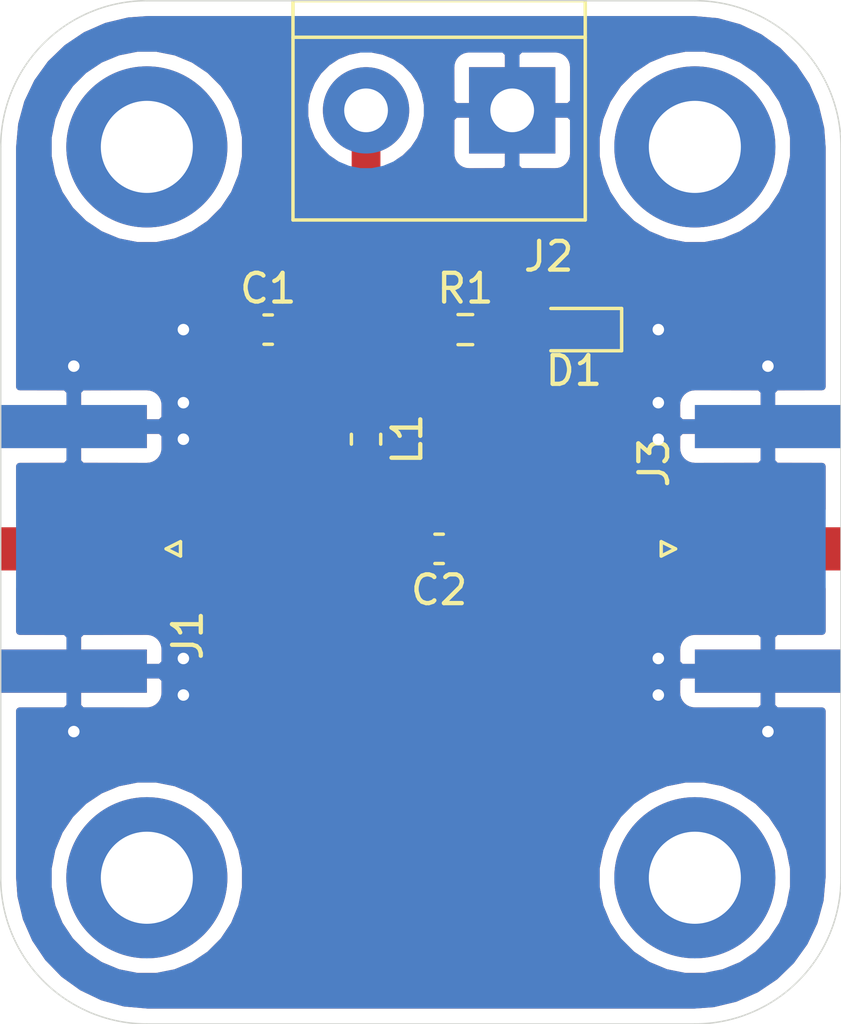
<source format=kicad_pcb>
(kicad_pcb (version 20171130) (host pcbnew 5.1.10)

  (general
    (thickness 1.6)
    (drawings 8)
    (tracks 23)
    (zones 0)
    (modules 12)
    (nets 6)
  )

  (page A4)
  (layers
    (0 F.Cu signal hide)
    (31 B.Cu signal hide)
    (32 B.Adhes user)
    (33 F.Adhes user)
    (34 B.Paste user)
    (35 F.Paste user)
    (36 B.SilkS user)
    (37 F.SilkS user)
    (38 B.Mask user)
    (39 F.Mask user)
    (40 Dwgs.User user)
    (41 Cmts.User user)
    (42 Eco1.User user)
    (43 Eco2.User user)
    (44 Edge.Cuts user)
    (45 Margin user)
    (46 B.CrtYd user)
    (47 F.CrtYd user)
    (48 B.Fab user)
    (49 F.Fab user)
  )

  (setup
    (last_trace_width 1)
    (user_trace_width 0.75)
    (user_trace_width 1)
    (trace_clearance 0.2)
    (zone_clearance 0.508)
    (zone_45_only no)
    (trace_min 0.2)
    (via_size 0.8)
    (via_drill 0.4)
    (via_min_size 0.4)
    (via_min_drill 0.3)
    (uvia_size 0.3)
    (uvia_drill 0.1)
    (uvias_allowed no)
    (uvia_min_size 0.2)
    (uvia_min_drill 0.1)
    (edge_width 0.05)
    (segment_width 0.2)
    (pcb_text_width 0.3)
    (pcb_text_size 1.5 1.5)
    (mod_edge_width 0.12)
    (mod_text_size 1 1)
    (mod_text_width 0.15)
    (pad_size 1.524 1.524)
    (pad_drill 0.762)
    (pad_to_mask_clearance 0)
    (aux_axis_origin 0 0)
    (visible_elements FFFFFF7F)
    (pcbplotparams
      (layerselection 0x010fc_ffffffff)
      (usegerberextensions false)
      (usegerberattributes true)
      (usegerberadvancedattributes true)
      (creategerberjobfile true)
      (excludeedgelayer true)
      (linewidth 0.100000)
      (plotframeref false)
      (viasonmask false)
      (mode 1)
      (useauxorigin false)
      (hpglpennumber 1)
      (hpglpenspeed 20)
      (hpglpendiameter 15.000000)
      (psnegative false)
      (psa4output false)
      (plotreference true)
      (plotvalue true)
      (plotinvisibletext false)
      (padsonsilk false)
      (subtractmaskfromsilk false)
      (outputformat 1)
      (mirror false)
      (drillshape 1)
      (scaleselection 1)
      (outputdirectory ""))
  )

  (net 0 "")
  (net 1 "Net-(C1-Pad2)")
  (net 2 GND)
  (net 3 "Net-(C2-Pad2)")
  (net 4 "Net-(C2-Pad1)")
  (net 5 "Net-(D1-Pad2)")

  (net_class Default "This is the default net class."
    (clearance 0.2)
    (trace_width 0.25)
    (via_dia 0.8)
    (via_drill 0.4)
    (uvia_dia 0.3)
    (uvia_drill 0.1)
    (add_net GND)
    (add_net "Net-(C1-Pad2)")
    (add_net "Net-(C2-Pad1)")
    (add_net "Net-(C2-Pad2)")
    (add_net "Net-(D1-Pad2)")
  )

  (module MountingHole:MountingHole_3.2mm_M3_DIN965_Pad (layer F.Cu) (tedit 56D1B4CB) (tstamp 614936B3)
    (at 128.27 100.33)
    (descr "Mounting Hole 3.2mm, M3, DIN965")
    (tags "mounting hole 3.2mm m3 din965")
    (attr virtual)
    (fp_text reference REF** (at 0 -3.8) (layer F.SilkS) hide
      (effects (font (size 1 1) (thickness 0.15)))
    )
    (fp_text value MountingHole_3.2mm_M3_DIN965_Pad (at 0 3.8) (layer F.Fab)
      (effects (font (size 1 1) (thickness 0.15)))
    )
    (fp_text user %R (at 0.3 0) (layer F.Fab)
      (effects (font (size 1 1) (thickness 0.15)))
    )
    (fp_circle (center 0 0) (end 2.8 0) (layer Cmts.User) (width 0.15))
    (fp_circle (center 0 0) (end 3.05 0) (layer F.CrtYd) (width 0.05))
    (pad 1 thru_hole circle (at 0 0) (size 5.6 5.6) (drill 3.2) (layers *.Cu *.Mask))
  )

  (module MountingHole:MountingHole_3.2mm_M3_DIN965_Pad (layer F.Cu) (tedit 56D1B4CB) (tstamp 61493696)
    (at 147.32 100.33)
    (descr "Mounting Hole 3.2mm, M3, DIN965")
    (tags "mounting hole 3.2mm m3 din965")
    (attr virtual)
    (fp_text reference REF** (at 0 -3.8) (layer F.SilkS) hide
      (effects (font (size 1 1) (thickness 0.15)))
    )
    (fp_text value MountingHole_3.2mm_M3_DIN965_Pad (at 0 3.8) (layer F.Fab)
      (effects (font (size 1 1) (thickness 0.15)))
    )
    (fp_text user %R (at 0.3 0) (layer F.Fab)
      (effects (font (size 1 1) (thickness 0.15)))
    )
    (fp_circle (center 0 0) (end 2.8 0) (layer Cmts.User) (width 0.15))
    (fp_circle (center 0 0) (end 3.05 0) (layer F.CrtYd) (width 0.05))
    (pad 1 thru_hole circle (at 0 0) (size 5.6 5.6) (drill 3.2) (layers *.Cu *.Mask))
  )

  (module MountingHole:MountingHole_3.2mm_M3_DIN965_Pad (layer F.Cu) (tedit 56D1B4CB) (tstamp 61493679)
    (at 128.27 74.93)
    (descr "Mounting Hole 3.2mm, M3, DIN965")
    (tags "mounting hole 3.2mm m3 din965")
    (attr virtual)
    (fp_text reference REF** (at 0 -3.8) (layer F.SilkS) hide
      (effects (font (size 1 1) (thickness 0.15)))
    )
    (fp_text value MountingHole_3.2mm_M3_DIN965_Pad (at 0 3.8) (layer F.Fab)
      (effects (font (size 1 1) (thickness 0.15)))
    )
    (fp_text user %R (at 0.3 0) (layer F.Fab)
      (effects (font (size 1 1) (thickness 0.15)))
    )
    (fp_circle (center 0 0) (end 2.8 0) (layer Cmts.User) (width 0.15))
    (fp_circle (center 0 0) (end 3.05 0) (layer F.CrtYd) (width 0.05))
    (pad 1 thru_hole circle (at 0 0) (size 5.6 5.6) (drill 3.2) (layers *.Cu *.Mask))
  )

  (module MountingHole:MountingHole_3.2mm_M3_DIN965_Pad (layer F.Cu) (tedit 56D1B4CB) (tstamp 6149365C)
    (at 147.32 74.93)
    (descr "Mounting Hole 3.2mm, M3, DIN965")
    (tags "mounting hole 3.2mm m3 din965")
    (attr virtual)
    (fp_text reference REF** (at 0 -3.8) (layer F.SilkS) hide
      (effects (font (size 1 1) (thickness 0.15)))
    )
    (fp_text value MountingHole_3.2mm_M3_DIN965_Pad (at 0 3.8) (layer F.Fab)
      (effects (font (size 1 1) (thickness 0.15)))
    )
    (fp_text user %R (at 0.3 0) (layer F.Fab)
      (effects (font (size 1 1) (thickness 0.15)))
    )
    (fp_circle (center 0 0) (end 2.8 0) (layer Cmts.User) (width 0.15))
    (fp_circle (center 0 0) (end 3.05 0) (layer F.CrtYd) (width 0.05))
    (pad 1 thru_hole circle (at 0 0) (size 5.6 5.6) (drill 3.2) (layers *.Cu *.Mask))
  )

  (module Resistor_SMD:R_0603_1608Metric_Pad0.98x0.95mm_HandSolder (layer F.Cu) (tedit 5F68FEEE) (tstamp 61492AB1)
    (at 139.3425 81.28)
    (descr "Resistor SMD 0603 (1608 Metric), square (rectangular) end terminal, IPC_7351 nominal with elongated pad for handsoldering. (Body size source: IPC-SM-782 page 72, https://www.pcb-3d.com/wordpress/wp-content/uploads/ipc-sm-782a_amendment_1_and_2.pdf), generated with kicad-footprint-generator")
    (tags "resistor handsolder")
    (path /6149FE4C)
    (attr smd)
    (fp_text reference R1 (at 0 -1.43) (layer F.SilkS)
      (effects (font (size 1 1) (thickness 0.15)))
    )
    (fp_text value R (at 0 1.43) (layer F.Fab)
      (effects (font (size 1 1) (thickness 0.15)))
    )
    (fp_text user %R (at 0 0) (layer F.Fab)
      (effects (font (size 0.4 0.4) (thickness 0.06)))
    )
    (fp_line (start -0.8 0.4125) (end -0.8 -0.4125) (layer F.Fab) (width 0.1))
    (fp_line (start -0.8 -0.4125) (end 0.8 -0.4125) (layer F.Fab) (width 0.1))
    (fp_line (start 0.8 -0.4125) (end 0.8 0.4125) (layer F.Fab) (width 0.1))
    (fp_line (start 0.8 0.4125) (end -0.8 0.4125) (layer F.Fab) (width 0.1))
    (fp_line (start -0.254724 -0.5225) (end 0.254724 -0.5225) (layer F.SilkS) (width 0.12))
    (fp_line (start -0.254724 0.5225) (end 0.254724 0.5225) (layer F.SilkS) (width 0.12))
    (fp_line (start -1.65 0.73) (end -1.65 -0.73) (layer F.CrtYd) (width 0.05))
    (fp_line (start -1.65 -0.73) (end 1.65 -0.73) (layer F.CrtYd) (width 0.05))
    (fp_line (start 1.65 -0.73) (end 1.65 0.73) (layer F.CrtYd) (width 0.05))
    (fp_line (start 1.65 0.73) (end -1.65 0.73) (layer F.CrtYd) (width 0.05))
    (pad 2 smd roundrect (at 0.9125 0) (size 0.975 0.95) (layers F.Cu F.Paste F.Mask) (roundrect_rratio 0.25)
      (net 5 "Net-(D1-Pad2)"))
    (pad 1 smd roundrect (at -0.9125 0) (size 0.975 0.95) (layers F.Cu F.Paste F.Mask) (roundrect_rratio 0.25)
      (net 1 "Net-(C1-Pad2)"))
    (model ${KISYS3DMOD}/Resistor_SMD.3dshapes/R_0603_1608Metric.wrl
      (at (xyz 0 0 0))
      (scale (xyz 1 1 1))
      (rotate (xyz 0 0 0))
    )
  )

  (module Inductor_SMD:L_0603_1608Metric_Pad1.05x0.95mm_HandSolder (layer F.Cu) (tedit 5F68FEF0) (tstamp 61492AA0)
    (at 135.89 85.09 270)
    (descr "Inductor SMD 0603 (1608 Metric), square (rectangular) end terminal, IPC_7351 nominal with elongated pad for handsoldering. (Body size source: http://www.tortai-tech.com/upload/download/2011102023233369053.pdf), generated with kicad-footprint-generator")
    (tags "inductor handsolder")
    (path /6148E6AB)
    (attr smd)
    (fp_text reference L1 (at 0 -1.43 90) (layer F.SilkS)
      (effects (font (size 1 1) (thickness 0.15)))
    )
    (fp_text value L (at 0 1.43 90) (layer F.Fab)
      (effects (font (size 1 1) (thickness 0.15)))
    )
    (fp_text user %R (at 0 0 90) (layer F.Fab)
      (effects (font (size 0.4 0.4) (thickness 0.06)))
    )
    (fp_line (start -0.8 0.4) (end -0.8 -0.4) (layer F.Fab) (width 0.1))
    (fp_line (start -0.8 -0.4) (end 0.8 -0.4) (layer F.Fab) (width 0.1))
    (fp_line (start 0.8 -0.4) (end 0.8 0.4) (layer F.Fab) (width 0.1))
    (fp_line (start 0.8 0.4) (end -0.8 0.4) (layer F.Fab) (width 0.1))
    (fp_line (start -0.171267 -0.51) (end 0.171267 -0.51) (layer F.SilkS) (width 0.12))
    (fp_line (start -0.171267 0.51) (end 0.171267 0.51) (layer F.SilkS) (width 0.12))
    (fp_line (start -1.65 0.73) (end -1.65 -0.73) (layer F.CrtYd) (width 0.05))
    (fp_line (start -1.65 -0.73) (end 1.65 -0.73) (layer F.CrtYd) (width 0.05))
    (fp_line (start 1.65 -0.73) (end 1.65 0.73) (layer F.CrtYd) (width 0.05))
    (fp_line (start 1.65 0.73) (end -1.65 0.73) (layer F.CrtYd) (width 0.05))
    (pad 2 smd roundrect (at 0.875 0 270) (size 1.05 0.95) (layers F.Cu F.Paste F.Mask) (roundrect_rratio 0.25)
      (net 3 "Net-(C2-Pad2)"))
    (pad 1 smd roundrect (at -0.875 0 270) (size 1.05 0.95) (layers F.Cu F.Paste F.Mask) (roundrect_rratio 0.25)
      (net 1 "Net-(C1-Pad2)"))
    (model ${KISYS3DMOD}/Inductor_SMD.3dshapes/L_0603_1608Metric.wrl
      (at (xyz 0 0 0))
      (scale (xyz 1 1 1))
      (rotate (xyz 0 0 0))
    )
  )

  (module Connector_Coaxial:SMA_Amphenol_132289_EdgeMount (layer F.Cu) (tedit 5A1C1810) (tstamp 61492A8F)
    (at 149.86 88.9)
    (descr http://www.amphenolrf.com/132289.html)
    (tags SMA)
    (path /6148D41E)
    (attr smd)
    (fp_text reference J3 (at -3.96 -3 90) (layer F.SilkS)
      (effects (font (size 1 1) (thickness 0.15)))
    )
    (fp_text value Conn_Coaxial (at 5 6) (layer F.Fab)
      (effects (font (size 1 1) (thickness 0.15)))
    )
    (fp_text user %R (at 4.79 0 270) (layer F.Fab)
      (effects (font (size 1 1) (thickness 0.15)))
    )
    (fp_line (start -3.71 0.25) (end -3.21 0) (layer F.SilkS) (width 0.12))
    (fp_line (start -3.71 -0.25) (end -3.71 0.25) (layer F.SilkS) (width 0.12))
    (fp_line (start -3.21 0) (end -3.71 -0.25) (layer F.SilkS) (width 0.12))
    (fp_line (start 3.54 0) (end 2.54 0.75) (layer F.Fab) (width 0.1))
    (fp_line (start 2.54 -0.75) (end 3.54 0) (layer F.Fab) (width 0.1))
    (fp_line (start 14.47 -5.58) (end -3.04 -5.58) (layer F.CrtYd) (width 0.05))
    (fp_line (start 14.47 -5.58) (end 14.47 5.58) (layer F.CrtYd) (width 0.05))
    (fp_line (start 14.47 5.58) (end -3.04 5.58) (layer F.CrtYd) (width 0.05))
    (fp_line (start -3.04 5.58) (end -3.04 -5.58) (layer F.CrtYd) (width 0.05))
    (fp_line (start 14.47 -5.58) (end -3.04 -5.58) (layer B.CrtYd) (width 0.05))
    (fp_line (start 14.47 -5.58) (end 14.47 5.58) (layer B.CrtYd) (width 0.05))
    (fp_line (start 14.47 5.58) (end -3.04 5.58) (layer B.CrtYd) (width 0.05))
    (fp_line (start -3.04 5.58) (end -3.04 -5.58) (layer B.CrtYd) (width 0.05))
    (fp_line (start 4.445 -3.81) (end 13.97 -3.81) (layer F.Fab) (width 0.1))
    (fp_line (start 13.97 -3.81) (end 13.97 3.81) (layer F.Fab) (width 0.1))
    (fp_line (start 13.97 3.81) (end 4.445 3.81) (layer F.Fab) (width 0.1))
    (fp_line (start 4.445 5.08) (end 4.445 3.81) (layer F.Fab) (width 0.1))
    (fp_line (start 4.445 -3.81) (end 4.445 -5.08) (layer F.Fab) (width 0.1))
    (fp_line (start -1.91 -5.08) (end 4.445 -5.08) (layer F.Fab) (width 0.1))
    (fp_line (start -1.91 -5.08) (end -1.91 -3.81) (layer F.Fab) (width 0.1))
    (fp_line (start -1.91 -3.81) (end 2.54 -3.81) (layer F.Fab) (width 0.1))
    (fp_line (start 2.54 -3.81) (end 2.54 3.81) (layer F.Fab) (width 0.1))
    (fp_line (start 2.54 3.81) (end -1.91 3.81) (layer F.Fab) (width 0.1))
    (fp_line (start -1.91 3.81) (end -1.91 5.08) (layer F.Fab) (width 0.1))
    (fp_line (start -1.91 5.08) (end 4.445 5.08) (layer F.Fab) (width 0.1))
    (pad 1 smd rect (at 0 0 90) (size 1.5 5.08) (layers F.Cu F.Paste F.Mask)
      (net 4 "Net-(C2-Pad1)"))
    (pad 2 smd rect (at 0 -4.25 90) (size 1.5 5.08) (layers F.Cu F.Paste F.Mask)
      (net 2 GND))
    (pad 2 smd rect (at 0 4.25 90) (size 1.5 5.08) (layers F.Cu F.Paste F.Mask)
      (net 2 GND))
    (pad 2 smd rect (at 0 -4.25 90) (size 1.5 5.08) (layers B.Cu B.Paste B.Mask)
      (net 2 GND))
    (pad 2 smd rect (at 0 4.25 90) (size 1.5 5.08) (layers B.Cu B.Paste B.Mask)
      (net 2 GND))
    (model ${KISYS3DMOD}/Connector_Coaxial.3dshapes/SMA_Amphenol_132289_EdgeMount.wrl
      (at (xyz 0 0 0))
      (scale (xyz 1 1 1))
      (rotate (xyz 0 0 0))
    )
  )

  (module TerminalBlock:TerminalBlock_bornier-2_P5.08mm (layer F.Cu) (tedit 59FF03AB) (tstamp 61492A6C)
    (at 140.97 73.66 180)
    (descr "simple 2-pin terminal block, pitch 5.08mm, revamped version of bornier2")
    (tags "terminal block bornier2")
    (path /61494469)
    (fp_text reference J2 (at -1.27 -5.08) (layer F.SilkS)
      (effects (font (size 1 1) (thickness 0.15)))
    )
    (fp_text value Conn_01x02 (at 2.54 5.08) (layer F.Fab)
      (effects (font (size 1 1) (thickness 0.15)))
    )
    (fp_text user %R (at 2.54 0) (layer F.Fab)
      (effects (font (size 1 1) (thickness 0.15)))
    )
    (fp_line (start -2.41 2.55) (end 7.49 2.55) (layer F.Fab) (width 0.1))
    (fp_line (start -2.46 -3.75) (end -2.46 3.75) (layer F.Fab) (width 0.1))
    (fp_line (start -2.46 3.75) (end 7.54 3.75) (layer F.Fab) (width 0.1))
    (fp_line (start 7.54 3.75) (end 7.54 -3.75) (layer F.Fab) (width 0.1))
    (fp_line (start 7.54 -3.75) (end -2.46 -3.75) (layer F.Fab) (width 0.1))
    (fp_line (start 7.62 2.54) (end -2.54 2.54) (layer F.SilkS) (width 0.12))
    (fp_line (start 7.62 3.81) (end 7.62 -3.81) (layer F.SilkS) (width 0.12))
    (fp_line (start 7.62 -3.81) (end -2.54 -3.81) (layer F.SilkS) (width 0.12))
    (fp_line (start -2.54 -3.81) (end -2.54 3.81) (layer F.SilkS) (width 0.12))
    (fp_line (start -2.54 3.81) (end 7.62 3.81) (layer F.SilkS) (width 0.12))
    (fp_line (start -2.71 -4) (end 7.79 -4) (layer F.CrtYd) (width 0.05))
    (fp_line (start -2.71 -4) (end -2.71 4) (layer F.CrtYd) (width 0.05))
    (fp_line (start 7.79 4) (end 7.79 -4) (layer F.CrtYd) (width 0.05))
    (fp_line (start 7.79 4) (end -2.71 4) (layer F.CrtYd) (width 0.05))
    (pad 2 thru_hole circle (at 5.08 0 180) (size 3 3) (drill 1.52) (layers *.Cu *.Mask)
      (net 1 "Net-(C1-Pad2)"))
    (pad 1 thru_hole rect (at 0 0 180) (size 3 3) (drill 1.52) (layers *.Cu *.Mask)
      (net 2 GND))
    (model ${KISYS3DMOD}/TerminalBlock.3dshapes/TerminalBlock_bornier-2_P5.08mm.wrl
      (offset (xyz 2.539999961853027 0 0))
      (scale (xyz 1 1 1))
      (rotate (xyz 0 0 0))
    )
  )

  (module Connector_Coaxial:SMA_Amphenol_132289_EdgeMount (layer F.Cu) (tedit 5A1C1810) (tstamp 61492A57)
    (at 125.73 88.9 180)
    (descr http://www.amphenolrf.com/132289.html)
    (tags SMA)
    (path /6148C8E0)
    (attr smd)
    (fp_text reference J1 (at -3.96 -3 90) (layer F.SilkS)
      (effects (font (size 1 1) (thickness 0.15)))
    )
    (fp_text value Conn_Coaxial (at 5 6) (layer F.Fab)
      (effects (font (size 1 1) (thickness 0.15)))
    )
    (fp_text user %R (at 4.79 0 270) (layer F.Fab)
      (effects (font (size 1 1) (thickness 0.15)))
    )
    (fp_line (start -3.71 0.25) (end -3.21 0) (layer F.SilkS) (width 0.12))
    (fp_line (start -3.71 -0.25) (end -3.71 0.25) (layer F.SilkS) (width 0.12))
    (fp_line (start -3.21 0) (end -3.71 -0.25) (layer F.SilkS) (width 0.12))
    (fp_line (start 3.54 0) (end 2.54 0.75) (layer F.Fab) (width 0.1))
    (fp_line (start 2.54 -0.75) (end 3.54 0) (layer F.Fab) (width 0.1))
    (fp_line (start 14.47 -5.58) (end -3.04 -5.58) (layer F.CrtYd) (width 0.05))
    (fp_line (start 14.47 -5.58) (end 14.47 5.58) (layer F.CrtYd) (width 0.05))
    (fp_line (start 14.47 5.58) (end -3.04 5.58) (layer F.CrtYd) (width 0.05))
    (fp_line (start -3.04 5.58) (end -3.04 -5.58) (layer F.CrtYd) (width 0.05))
    (fp_line (start 14.47 -5.58) (end -3.04 -5.58) (layer B.CrtYd) (width 0.05))
    (fp_line (start 14.47 -5.58) (end 14.47 5.58) (layer B.CrtYd) (width 0.05))
    (fp_line (start 14.47 5.58) (end -3.04 5.58) (layer B.CrtYd) (width 0.05))
    (fp_line (start -3.04 5.58) (end -3.04 -5.58) (layer B.CrtYd) (width 0.05))
    (fp_line (start 4.445 -3.81) (end 13.97 -3.81) (layer F.Fab) (width 0.1))
    (fp_line (start 13.97 -3.81) (end 13.97 3.81) (layer F.Fab) (width 0.1))
    (fp_line (start 13.97 3.81) (end 4.445 3.81) (layer F.Fab) (width 0.1))
    (fp_line (start 4.445 5.08) (end 4.445 3.81) (layer F.Fab) (width 0.1))
    (fp_line (start 4.445 -3.81) (end 4.445 -5.08) (layer F.Fab) (width 0.1))
    (fp_line (start -1.91 -5.08) (end 4.445 -5.08) (layer F.Fab) (width 0.1))
    (fp_line (start -1.91 -5.08) (end -1.91 -3.81) (layer F.Fab) (width 0.1))
    (fp_line (start -1.91 -3.81) (end 2.54 -3.81) (layer F.Fab) (width 0.1))
    (fp_line (start 2.54 -3.81) (end 2.54 3.81) (layer F.Fab) (width 0.1))
    (fp_line (start 2.54 3.81) (end -1.91 3.81) (layer F.Fab) (width 0.1))
    (fp_line (start -1.91 3.81) (end -1.91 5.08) (layer F.Fab) (width 0.1))
    (fp_line (start -1.91 5.08) (end 4.445 5.08) (layer F.Fab) (width 0.1))
    (pad 1 smd rect (at 0 0 270) (size 1.5 5.08) (layers F.Cu F.Paste F.Mask)
      (net 3 "Net-(C2-Pad2)"))
    (pad 2 smd rect (at 0 -4.25 270) (size 1.5 5.08) (layers F.Cu F.Paste F.Mask)
      (net 2 GND))
    (pad 2 smd rect (at 0 4.25 270) (size 1.5 5.08) (layers F.Cu F.Paste F.Mask)
      (net 2 GND))
    (pad 2 smd rect (at 0 -4.25 270) (size 1.5 5.08) (layers B.Cu B.Paste B.Mask)
      (net 2 GND))
    (pad 2 smd rect (at 0 4.25 270) (size 1.5 5.08) (layers B.Cu B.Paste B.Mask)
      (net 2 GND))
    (model ${KISYS3DMOD}/Connector_Coaxial.3dshapes/SMA_Amphenol_132289_EdgeMount.wrl
      (at (xyz 0 0 0))
      (scale (xyz 1 1 1))
      (rotate (xyz 0 0 0))
    )
  )

  (module LED_SMD:LED_0603_1608Metric_Pad1.05x0.95mm_HandSolder (layer F.Cu) (tedit 5F68FEF1) (tstamp 61492A34)
    (at 143.115 81.28 180)
    (descr "LED SMD 0603 (1608 Metric), square (rectangular) end terminal, IPC_7351 nominal, (Body size source: http://www.tortai-tech.com/upload/download/2011102023233369053.pdf), generated with kicad-footprint-generator")
    (tags "LED handsolder")
    (path /614A0B69)
    (attr smd)
    (fp_text reference D1 (at 0 -1.43) (layer F.SilkS)
      (effects (font (size 1 1) (thickness 0.15)))
    )
    (fp_text value LED (at 0 1.43) (layer F.Fab)
      (effects (font (size 1 1) (thickness 0.15)))
    )
    (fp_text user %R (at 0 0) (layer F.Fab)
      (effects (font (size 0.4 0.4) (thickness 0.06)))
    )
    (fp_line (start 0.8 -0.4) (end -0.5 -0.4) (layer F.Fab) (width 0.1))
    (fp_line (start -0.5 -0.4) (end -0.8 -0.1) (layer F.Fab) (width 0.1))
    (fp_line (start -0.8 -0.1) (end -0.8 0.4) (layer F.Fab) (width 0.1))
    (fp_line (start -0.8 0.4) (end 0.8 0.4) (layer F.Fab) (width 0.1))
    (fp_line (start 0.8 0.4) (end 0.8 -0.4) (layer F.Fab) (width 0.1))
    (fp_line (start 0.8 -0.735) (end -1.66 -0.735) (layer F.SilkS) (width 0.12))
    (fp_line (start -1.66 -0.735) (end -1.66 0.735) (layer F.SilkS) (width 0.12))
    (fp_line (start -1.66 0.735) (end 0.8 0.735) (layer F.SilkS) (width 0.12))
    (fp_line (start -1.65 0.73) (end -1.65 -0.73) (layer F.CrtYd) (width 0.05))
    (fp_line (start -1.65 -0.73) (end 1.65 -0.73) (layer F.CrtYd) (width 0.05))
    (fp_line (start 1.65 -0.73) (end 1.65 0.73) (layer F.CrtYd) (width 0.05))
    (fp_line (start 1.65 0.73) (end -1.65 0.73) (layer F.CrtYd) (width 0.05))
    (pad 2 smd roundrect (at 0.875 0 180) (size 1.05 0.95) (layers F.Cu F.Paste F.Mask) (roundrect_rratio 0.25)
      (net 5 "Net-(D1-Pad2)"))
    (pad 1 smd roundrect (at -0.875 0 180) (size 1.05 0.95) (layers F.Cu F.Paste F.Mask) (roundrect_rratio 0.25)
      (net 2 GND))
    (model ${KISYS3DMOD}/LED_SMD.3dshapes/LED_0603_1608Metric.wrl
      (at (xyz 0 0 0))
      (scale (xyz 1 1 1))
      (rotate (xyz 0 0 0))
    )
  )

  (module Capacitor_SMD:C_0603_1608Metric_Pad1.08x0.95mm_HandSolder (layer F.Cu) (tedit 5F68FEEF) (tstamp 61492A21)
    (at 138.43 88.9 180)
    (descr "Capacitor SMD 0603 (1608 Metric), square (rectangular) end terminal, IPC_7351 nominal with elongated pad for handsoldering. (Body size source: IPC-SM-782 page 76, https://www.pcb-3d.com/wordpress/wp-content/uploads/ipc-sm-782a_amendment_1_and_2.pdf), generated with kicad-footprint-generator")
    (tags "capacitor handsolder")
    (path /6148DF86)
    (attr smd)
    (fp_text reference C2 (at 0 -1.43) (layer F.SilkS)
      (effects (font (size 1 1) (thickness 0.15)))
    )
    (fp_text value C (at 0 1.43) (layer F.Fab)
      (effects (font (size 1 1) (thickness 0.15)))
    )
    (fp_text user %R (at 0 0) (layer F.Fab)
      (effects (font (size 0.4 0.4) (thickness 0.06)))
    )
    (fp_line (start -0.8 0.4) (end -0.8 -0.4) (layer F.Fab) (width 0.1))
    (fp_line (start -0.8 -0.4) (end 0.8 -0.4) (layer F.Fab) (width 0.1))
    (fp_line (start 0.8 -0.4) (end 0.8 0.4) (layer F.Fab) (width 0.1))
    (fp_line (start 0.8 0.4) (end -0.8 0.4) (layer F.Fab) (width 0.1))
    (fp_line (start -0.146267 -0.51) (end 0.146267 -0.51) (layer F.SilkS) (width 0.12))
    (fp_line (start -0.146267 0.51) (end 0.146267 0.51) (layer F.SilkS) (width 0.12))
    (fp_line (start -1.65 0.73) (end -1.65 -0.73) (layer F.CrtYd) (width 0.05))
    (fp_line (start -1.65 -0.73) (end 1.65 -0.73) (layer F.CrtYd) (width 0.05))
    (fp_line (start 1.65 -0.73) (end 1.65 0.73) (layer F.CrtYd) (width 0.05))
    (fp_line (start 1.65 0.73) (end -1.65 0.73) (layer F.CrtYd) (width 0.05))
    (pad 2 smd roundrect (at 0.8625 0 180) (size 1.075 0.95) (layers F.Cu F.Paste F.Mask) (roundrect_rratio 0.25)
      (net 3 "Net-(C2-Pad2)"))
    (pad 1 smd roundrect (at -0.8625 0 180) (size 1.075 0.95) (layers F.Cu F.Paste F.Mask) (roundrect_rratio 0.25)
      (net 4 "Net-(C2-Pad1)"))
    (model ${KISYS3DMOD}/Capacitor_SMD.3dshapes/C_0603_1608Metric.wrl
      (at (xyz 0 0 0))
      (scale (xyz 1 1 1))
      (rotate (xyz 0 0 0))
    )
  )

  (module Capacitor_SMD:C_0603_1608Metric_Pad1.08x0.95mm_HandSolder (layer F.Cu) (tedit 5F68FEEF) (tstamp 61492A10)
    (at 132.4875 81.28)
    (descr "Capacitor SMD 0603 (1608 Metric), square (rectangular) end terminal, IPC_7351 nominal with elongated pad for handsoldering. (Body size source: IPC-SM-782 page 76, https://www.pcb-3d.com/wordpress/wp-content/uploads/ipc-sm-782a_amendment_1_and_2.pdf), generated with kicad-footprint-generator")
    (tags "capacitor handsolder")
    (path /6148F08A)
    (attr smd)
    (fp_text reference C1 (at 0 -1.43) (layer F.SilkS)
      (effects (font (size 1 1) (thickness 0.15)))
    )
    (fp_text value C (at 0 1.43) (layer F.Fab)
      (effects (font (size 1 1) (thickness 0.15)))
    )
    (fp_text user %R (at 0 0) (layer F.Fab)
      (effects (font (size 0.4 0.4) (thickness 0.06)))
    )
    (fp_line (start -0.8 0.4) (end -0.8 -0.4) (layer F.Fab) (width 0.1))
    (fp_line (start -0.8 -0.4) (end 0.8 -0.4) (layer F.Fab) (width 0.1))
    (fp_line (start 0.8 -0.4) (end 0.8 0.4) (layer F.Fab) (width 0.1))
    (fp_line (start 0.8 0.4) (end -0.8 0.4) (layer F.Fab) (width 0.1))
    (fp_line (start -0.146267 -0.51) (end 0.146267 -0.51) (layer F.SilkS) (width 0.12))
    (fp_line (start -0.146267 0.51) (end 0.146267 0.51) (layer F.SilkS) (width 0.12))
    (fp_line (start -1.65 0.73) (end -1.65 -0.73) (layer F.CrtYd) (width 0.05))
    (fp_line (start -1.65 -0.73) (end 1.65 -0.73) (layer F.CrtYd) (width 0.05))
    (fp_line (start 1.65 -0.73) (end 1.65 0.73) (layer F.CrtYd) (width 0.05))
    (fp_line (start 1.65 0.73) (end -1.65 0.73) (layer F.CrtYd) (width 0.05))
    (pad 2 smd roundrect (at 0.8625 0) (size 1.075 0.95) (layers F.Cu F.Paste F.Mask) (roundrect_rratio 0.25)
      (net 1 "Net-(C1-Pad2)"))
    (pad 1 smd roundrect (at -0.8625 0) (size 1.075 0.95) (layers F.Cu F.Paste F.Mask) (roundrect_rratio 0.25)
      (net 2 GND))
    (model ${KISYS3DMOD}/Capacitor_SMD.3dshapes/C_0603_1608Metric.wrl
      (at (xyz 0 0 0))
      (scale (xyz 1 1 1))
      (rotate (xyz 0 0 0))
    )
  )

  (gr_line (start 123.19 74.93) (end 123.19 100.33) (layer Edge.Cuts) (width 0.05) (tstamp 614936E0))
  (gr_line (start 147.32 69.85) (end 128.27 69.85) (layer Edge.Cuts) (width 0.05) (tstamp 614936DF))
  (gr_line (start 152.4 100.33) (end 152.4 74.93) (layer Edge.Cuts) (width 0.05) (tstamp 614936DE))
  (gr_line (start 128.27 105.41) (end 147.32 105.41) (layer Edge.Cuts) (width 0.05) (tstamp 614936DD))
  (gr_arc (start 147.32 100.33) (end 147.32 105.41) (angle -90) (layer Edge.Cuts) (width 0.05))
  (gr_arc (start 128.27 100.33) (end 123.19 100.33) (angle -90) (layer Edge.Cuts) (width 0.05))
  (gr_arc (start 128.27 74.93) (end 128.27 69.85) (angle -90) (layer Edge.Cuts) (width 0.05))
  (gr_arc (start 147.32 74.93) (end 152.4 74.93) (angle -90) (layer Edge.Cuts) (width 0.05))

  (segment (start 133.35 81.28) (end 135.89 81.28) (width 1) (layer F.Cu) (net 1))
  (segment (start 135.89 81.28) (end 135.89 73.66) (width 1) (layer F.Cu) (net 1))
  (segment (start 135.89 84.215) (end 135.89 81.28) (width 1) (layer F.Cu) (net 1))
  (segment (start 135.89 81.28) (end 138.43 81.28) (width 1) (layer F.Cu) (net 1))
  (via (at 129.54 92.71) (size 0.8) (drill 0.4) (layers F.Cu B.Cu) (net 2))
  (via (at 129.54 93.98) (size 0.8) (drill 0.4) (layers F.Cu B.Cu) (net 2))
  (via (at 125.73 95.25) (size 0.8) (drill 0.4) (layers F.Cu B.Cu) (net 2))
  (via (at 125.73 82.55) (size 0.8) (drill 0.4) (layers F.Cu B.Cu) (net 2))
  (via (at 129.54 85.09) (size 0.8) (drill 0.4) (layers F.Cu B.Cu) (net 2))
  (via (at 129.54 83.82) (size 0.8) (drill 0.4) (layers F.Cu B.Cu) (net 2))
  (via (at 146.05 85.09) (size 0.8) (drill 0.4) (layers F.Cu B.Cu) (net 2))
  (via (at 146.05 83.82) (size 0.8) (drill 0.4) (layers F.Cu B.Cu) (net 2))
  (via (at 149.86 82.55) (size 0.8) (drill 0.4) (layers F.Cu B.Cu) (net 2))
  (via (at 149.86 95.25) (size 0.8) (drill 0.4) (layers F.Cu B.Cu) (net 2))
  (via (at 146.05 93.98) (size 0.8) (drill 0.4) (layers F.Cu B.Cu) (net 2))
  (via (at 146.05 92.71) (size 0.8) (drill 0.4) (layers F.Cu B.Cu) (net 2))
  (via (at 146.05 81.28) (size 0.8) (drill 0.4) (layers F.Cu B.Cu) (net 2))
  (via (at 129.54 81.28) (size 0.8) (drill 0.4) (layers F.Cu B.Cu) (net 2))
  (segment (start 135.89 88.9) (end 135.89 85.965) (width 1) (layer F.Cu) (net 3))
  (segment (start 125.73 88.9) (end 135.89 88.9) (width 1) (layer F.Cu) (net 3))
  (segment (start 135.89 88.9) (end 137.5675 88.9) (width 1) (layer F.Cu) (net 3))
  (segment (start 139.2925 88.9) (end 149.86 88.9) (width 1) (layer F.Cu) (net 4))
  (segment (start 140.255 81.28) (end 142.24 81.28) (width 1) (layer F.Cu) (net 5))

  (zone (net 2) (net_name GND) (layer F.Cu) (tstamp 0) (hatch edge 0.508)
    (connect_pads (clearance 0.508))
    (min_thickness 0.254)
    (fill yes (arc_segments 32) (thermal_gap 0.508) (thermal_bridge_width 0.508))
    (polygon
      (pts
        (xy 152.4 105.41) (xy 123.19 105.41) (xy 123.19 69.85) (xy 152.4 69.85)
      )
    )
    (filled_polygon
      (pts
        (xy 138.506058 89.865512) (xy 138.657433 89.946423) (xy 138.821684 89.996248) (xy 138.9925 90.013072) (xy 139.051854 90.013072)
        (xy 139.070001 90.018577) (xy 139.236748 90.035) (xy 146.814499 90.035) (xy 146.868815 90.101185) (xy 146.965506 90.180537)
        (xy 147.07582 90.239502) (xy 147.195518 90.275812) (xy 147.32 90.288072) (xy 151.74 90.288072) (xy 151.74 91.762827)
        (xy 150.14575 91.765) (xy 149.987 91.92375) (xy 149.987 93.023) (xy 150.007 93.023) (xy 150.007 93.277)
        (xy 149.987 93.277) (xy 149.987 94.37625) (xy 150.14575 94.535) (xy 151.74 94.537173) (xy 151.74 100.300608)
        (xy 151.667563 101.112249) (xy 151.460328 101.869774) (xy 151.122221 102.578627) (xy 150.663928 103.21641) (xy 150.099945 103.762946)
        (xy 149.448085 104.200978) (xy 148.728963 104.516651) (xy 147.960232 104.701206) (xy 147.295792 104.75) (xy 128.299392 104.75)
        (xy 127.487751 104.677563) (xy 126.730226 104.470328) (xy 126.021373 104.132221) (xy 125.38359 103.673928) (xy 124.837054 103.109945)
        (xy 124.399022 102.458085) (xy 124.083349 101.738963) (xy 123.898794 100.970232) (xy 123.85 100.305792) (xy 123.85 99.991682)
        (xy 124.835 99.991682) (xy 124.835 100.668318) (xy 124.967006 101.331952) (xy 125.225943 101.957082) (xy 125.601862 102.519685)
        (xy 126.080315 102.998138) (xy 126.642918 103.374057) (xy 127.268048 103.632994) (xy 127.931682 103.765) (xy 128.608318 103.765)
        (xy 129.271952 103.632994) (xy 129.897082 103.374057) (xy 130.459685 102.998138) (xy 130.938138 102.519685) (xy 131.314057 101.957082)
        (xy 131.572994 101.331952) (xy 131.705 100.668318) (xy 131.705 99.991682) (xy 143.885 99.991682) (xy 143.885 100.668318)
        (xy 144.017006 101.331952) (xy 144.275943 101.957082) (xy 144.651862 102.519685) (xy 145.130315 102.998138) (xy 145.692918 103.374057)
        (xy 146.318048 103.632994) (xy 146.981682 103.765) (xy 147.658318 103.765) (xy 148.321952 103.632994) (xy 148.947082 103.374057)
        (xy 149.509685 102.998138) (xy 149.988138 102.519685) (xy 150.364057 101.957082) (xy 150.622994 101.331952) (xy 150.755 100.668318)
        (xy 150.755 99.991682) (xy 150.622994 99.328048) (xy 150.364057 98.702918) (xy 149.988138 98.140315) (xy 149.509685 97.661862)
        (xy 148.947082 97.285943) (xy 148.321952 97.027006) (xy 147.658318 96.895) (xy 146.981682 96.895) (xy 146.318048 97.027006)
        (xy 145.692918 97.285943) (xy 145.130315 97.661862) (xy 144.651862 98.140315) (xy 144.275943 98.702918) (xy 144.017006 99.328048)
        (xy 143.885 99.991682) (xy 131.705 99.991682) (xy 131.572994 99.328048) (xy 131.314057 98.702918) (xy 130.938138 98.140315)
        (xy 130.459685 97.661862) (xy 129.897082 97.285943) (xy 129.271952 97.027006) (xy 128.608318 96.895) (xy 127.931682 96.895)
        (xy 127.268048 97.027006) (xy 126.642918 97.285943) (xy 126.080315 97.661862) (xy 125.601862 98.140315) (xy 125.225943 98.702918)
        (xy 124.967006 99.328048) (xy 124.835 99.991682) (xy 123.85 99.991682) (xy 123.85 94.537173) (xy 125.44425 94.535)
        (xy 125.603 94.37625) (xy 125.603 93.277) (xy 125.857 93.277) (xy 125.857 94.37625) (xy 126.01575 94.535)
        (xy 128.27 94.538072) (xy 128.394482 94.525812) (xy 128.51418 94.489502) (xy 128.624494 94.430537) (xy 128.721185 94.351185)
        (xy 128.800537 94.254494) (xy 128.859502 94.14418) (xy 128.895812 94.024482) (xy 128.908072 93.9) (xy 146.681928 93.9)
        (xy 146.694188 94.024482) (xy 146.730498 94.14418) (xy 146.789463 94.254494) (xy 146.868815 94.351185) (xy 146.965506 94.430537)
        (xy 147.07582 94.489502) (xy 147.195518 94.525812) (xy 147.32 94.538072) (xy 149.57425 94.535) (xy 149.733 94.37625)
        (xy 149.733 93.277) (xy 146.84375 93.277) (xy 146.685 93.43575) (xy 146.681928 93.9) (xy 128.908072 93.9)
        (xy 128.905 93.43575) (xy 128.74625 93.277) (xy 125.857 93.277) (xy 125.603 93.277) (xy 125.583 93.277)
        (xy 125.583 93.023) (xy 125.603 93.023) (xy 125.603 91.92375) (xy 125.857 91.92375) (xy 125.857 93.023)
        (xy 128.74625 93.023) (xy 128.905 92.86425) (xy 128.908072 92.4) (xy 146.681928 92.4) (xy 146.685 92.86425)
        (xy 146.84375 93.023) (xy 149.733 93.023) (xy 149.733 91.92375) (xy 149.57425 91.765) (xy 147.32 91.761928)
        (xy 147.195518 91.774188) (xy 147.07582 91.810498) (xy 146.965506 91.869463) (xy 146.868815 91.948815) (xy 146.789463 92.045506)
        (xy 146.730498 92.15582) (xy 146.694188 92.275518) (xy 146.681928 92.4) (xy 128.908072 92.4) (xy 128.895812 92.275518)
        (xy 128.859502 92.15582) (xy 128.800537 92.045506) (xy 128.721185 91.948815) (xy 128.624494 91.869463) (xy 128.51418 91.810498)
        (xy 128.394482 91.774188) (xy 128.27 91.761928) (xy 126.01575 91.765) (xy 125.857 91.92375) (xy 125.603 91.92375)
        (xy 125.44425 91.765) (xy 123.85 91.762827) (xy 123.85 90.288072) (xy 128.27 90.288072) (xy 128.394482 90.275812)
        (xy 128.51418 90.239502) (xy 128.624494 90.180537) (xy 128.721185 90.101185) (xy 128.775501 90.035) (xy 135.834248 90.035)
        (xy 135.89 90.040491) (xy 135.945751 90.035) (xy 137.623252 90.035) (xy 137.789999 90.018577) (xy 137.808146 90.013072)
        (xy 137.8675 90.013072) (xy 138.038316 89.996248) (xy 138.202567 89.946423) (xy 138.353942 89.865512) (xy 138.43 89.803093)
      )
    )
    (filled_polygon
      (pts
        (xy 148.102249 70.582437) (xy 148.859774 70.789672) (xy 149.568625 71.127777) (xy 150.206404 71.586067) (xy 150.752946 72.150055)
        (xy 151.190977 72.801913) (xy 151.506651 73.521038) (xy 151.691206 74.289768) (xy 151.740001 74.954221) (xy 151.740001 83.262827)
        (xy 150.14575 83.265) (xy 149.987 83.42375) (xy 149.987 84.523) (xy 150.007 84.523) (xy 150.007 84.777)
        (xy 149.987 84.777) (xy 149.987 85.87625) (xy 150.14575 86.035) (xy 151.740001 86.037173) (xy 151.740001 87.511928)
        (xy 147.32 87.511928) (xy 147.195518 87.524188) (xy 147.07582 87.560498) (xy 146.965506 87.619463) (xy 146.868815 87.698815)
        (xy 146.814499 87.765) (xy 139.236748 87.765) (xy 139.070001 87.781423) (xy 139.051854 87.786928) (xy 138.9925 87.786928)
        (xy 138.821684 87.803752) (xy 138.657433 87.853577) (xy 138.506058 87.934488) (xy 138.43 87.996907) (xy 138.353942 87.934488)
        (xy 138.202567 87.853577) (xy 138.038316 87.803752) (xy 137.8675 87.786928) (xy 137.808146 87.786928) (xy 137.789999 87.781423)
        (xy 137.623252 87.765) (xy 137.025 87.765) (xy 137.025 85.909248) (xy 137.008577 85.742501) (xy 137.003072 85.724354)
        (xy 137.003072 85.6775) (xy 136.986248 85.506684) (xy 136.953886 85.4) (xy 146.681928 85.4) (xy 146.694188 85.524482)
        (xy 146.730498 85.64418) (xy 146.789463 85.754494) (xy 146.868815 85.851185) (xy 146.965506 85.930537) (xy 147.07582 85.989502)
        (xy 147.195518 86.025812) (xy 147.32 86.038072) (xy 149.57425 86.035) (xy 149.733 85.87625) (xy 149.733 84.777)
        (xy 146.84375 84.777) (xy 146.685 84.93575) (xy 146.681928 85.4) (xy 136.953886 85.4) (xy 136.936423 85.342433)
        (xy 136.855512 85.191058) (xy 136.772575 85.09) (xy 136.855512 84.988942) (xy 136.936423 84.837567) (xy 136.986248 84.673316)
        (xy 137.003072 84.5025) (xy 137.003072 84.455646) (xy 137.008577 84.437499) (xy 137.025 84.270752) (xy 137.025 83.9)
        (xy 146.681928 83.9) (xy 146.685 84.36425) (xy 146.84375 84.523) (xy 149.733 84.523) (xy 149.733 83.42375)
        (xy 149.57425 83.265) (xy 147.32 83.261928) (xy 147.195518 83.274188) (xy 147.07582 83.310498) (xy 146.965506 83.369463)
        (xy 146.868815 83.448815) (xy 146.789463 83.545506) (xy 146.730498 83.65582) (xy 146.694188 83.775518) (xy 146.681928 83.9)
        (xy 137.025 83.9) (xy 137.025 82.415) (xy 138.485752 82.415) (xy 138.652499 82.398577) (xy 138.670646 82.393072)
        (xy 138.68 82.393072) (xy 138.850816 82.376248) (xy 139.015067 82.326423) (xy 139.166442 82.245512) (xy 139.299123 82.136623)
        (xy 139.3425 82.083768) (xy 139.385877 82.136623) (xy 139.518558 82.245512) (xy 139.669933 82.326423) (xy 139.834184 82.376248)
        (xy 140.005 82.393072) (xy 140.014354 82.393072) (xy 140.032501 82.398577) (xy 140.199248 82.415) (xy 142.295752 82.415)
        (xy 142.462499 82.398577) (xy 142.480646 82.393072) (xy 142.5275 82.393072) (xy 142.698316 82.376248) (xy 142.862567 82.326423)
        (xy 143.013942 82.245512) (xy 143.037839 82.225901) (xy 143.110506 82.285537) (xy 143.22082 82.344502) (xy 143.340518 82.380812)
        (xy 143.465 82.393072) (xy 143.70425 82.39) (xy 143.863 82.23125) (xy 143.863 81.407) (xy 144.117 81.407)
        (xy 144.117 82.23125) (xy 144.27575 82.39) (xy 144.515 82.393072) (xy 144.639482 82.380812) (xy 144.75918 82.344502)
        (xy 144.869494 82.285537) (xy 144.966185 82.206185) (xy 145.045537 82.109494) (xy 145.104502 81.99918) (xy 145.140812 81.879482)
        (xy 145.153072 81.755) (xy 145.15 81.56575) (xy 144.99125 81.407) (xy 144.117 81.407) (xy 143.863 81.407)
        (xy 143.843 81.407) (xy 143.843 81.153) (xy 143.863 81.153) (xy 143.863 80.32875) (xy 144.117 80.32875)
        (xy 144.117 81.153) (xy 144.99125 81.153) (xy 145.15 80.99425) (xy 145.153072 80.805) (xy 145.140812 80.680518)
        (xy 145.104502 80.56082) (xy 145.045537 80.450506) (xy 144.966185 80.353815) (xy 144.869494 80.274463) (xy 144.75918 80.215498)
        (xy 144.639482 80.179188) (xy 144.515 80.166928) (xy 144.27575 80.17) (xy 144.117 80.32875) (xy 143.863 80.32875)
        (xy 143.70425 80.17) (xy 143.465 80.166928) (xy 143.340518 80.179188) (xy 143.22082 80.215498) (xy 143.110506 80.274463)
        (xy 143.037839 80.334099) (xy 143.013942 80.314488) (xy 142.862567 80.233577) (xy 142.698316 80.183752) (xy 142.5275 80.166928)
        (xy 142.480646 80.166928) (xy 142.462499 80.161423) (xy 142.295752 80.145) (xy 140.199248 80.145) (xy 140.032501 80.161423)
        (xy 140.014354 80.166928) (xy 140.005 80.166928) (xy 139.834184 80.183752) (xy 139.669933 80.233577) (xy 139.518558 80.314488)
        (xy 139.385877 80.423377) (xy 139.3425 80.476232) (xy 139.299123 80.423377) (xy 139.166442 80.314488) (xy 139.015067 80.233577)
        (xy 138.850816 80.183752) (xy 138.68 80.166928) (xy 138.670646 80.166928) (xy 138.652499 80.161423) (xy 138.485752 80.145)
        (xy 137.025 80.145) (xy 137.025 75.46936) (xy 137.250983 75.318363) (xy 137.409346 75.16) (xy 138.831928 75.16)
        (xy 138.844188 75.284482) (xy 138.880498 75.40418) (xy 138.939463 75.514494) (xy 139.018815 75.611185) (xy 139.115506 75.690537)
        (xy 139.22582 75.749502) (xy 139.345518 75.785812) (xy 139.47 75.798072) (xy 140.68425 75.795) (xy 140.843 75.63625)
        (xy 140.843 73.787) (xy 141.097 73.787) (xy 141.097 75.63625) (xy 141.25575 75.795) (xy 142.47 75.798072)
        (xy 142.594482 75.785812) (xy 142.71418 75.749502) (xy 142.824494 75.690537) (xy 142.921185 75.611185) (xy 143.000537 75.514494)
        (xy 143.059502 75.40418) (xy 143.095812 75.284482) (xy 143.108072 75.16) (xy 143.106635 74.591682) (xy 143.885 74.591682)
        (xy 143.885 75.268318) (xy 144.017006 75.931952) (xy 144.275943 76.557082) (xy 144.651862 77.119685) (xy 145.130315 77.598138)
        (xy 145.692918 77.974057) (xy 146.318048 78.232994) (xy 146.981682 78.365) (xy 147.658318 78.365) (xy 148.321952 78.232994)
        (xy 148.947082 77.974057) (xy 149.509685 77.598138) (xy 149.988138 77.119685) (xy 150.364057 76.557082) (xy 150.622994 75.931952)
        (xy 150.755 75.268318) (xy 150.755 74.591682) (xy 150.622994 73.928048) (xy 150.364057 73.302918) (xy 149.988138 72.740315)
        (xy 149.509685 72.261862) (xy 148.947082 71.885943) (xy 148.321952 71.627006) (xy 147.658318 71.495) (xy 146.981682 71.495)
        (xy 146.318048 71.627006) (xy 145.692918 71.885943) (xy 145.130315 72.261862) (xy 144.651862 72.740315) (xy 144.275943 73.302918)
        (xy 144.017006 73.928048) (xy 143.885 74.591682) (xy 143.106635 74.591682) (xy 143.105 73.94575) (xy 142.94625 73.787)
        (xy 141.097 73.787) (xy 140.843 73.787) (xy 138.99375 73.787) (xy 138.835 73.94575) (xy 138.831928 75.16)
        (xy 137.409346 75.16) (xy 137.548363 75.020983) (xy 137.782012 74.671302) (xy 137.942953 74.282756) (xy 138.025 73.870279)
        (xy 138.025 73.449721) (xy 137.942953 73.037244) (xy 137.782012 72.648698) (xy 137.548363 72.299017) (xy 137.409346 72.16)
        (xy 138.831928 72.16) (xy 138.835 73.37425) (xy 138.99375 73.533) (xy 140.843 73.533) (xy 140.843 71.68375)
        (xy 141.097 71.68375) (xy 141.097 73.533) (xy 142.94625 73.533) (xy 143.105 73.37425) (xy 143.108072 72.16)
        (xy 143.095812 72.035518) (xy 143.059502 71.91582) (xy 143.000537 71.805506) (xy 142.921185 71.708815) (xy 142.824494 71.629463)
        (xy 142.71418 71.570498) (xy 142.594482 71.534188) (xy 142.47 71.521928) (xy 141.25575 71.525) (xy 141.097 71.68375)
        (xy 140.843 71.68375) (xy 140.68425 71.525) (xy 139.47 71.521928) (xy 139.345518 71.534188) (xy 139.22582 71.570498)
        (xy 139.115506 71.629463) (xy 139.018815 71.708815) (xy 138.939463 71.805506) (xy 138.880498 71.91582) (xy 138.844188 72.035518)
        (xy 138.831928 72.16) (xy 137.409346 72.16) (xy 137.250983 72.001637) (xy 136.901302 71.767988) (xy 136.512756 71.607047)
        (xy 136.100279 71.525) (xy 135.679721 71.525) (xy 135.267244 71.607047) (xy 134.878698 71.767988) (xy 134.529017 72.001637)
        (xy 134.231637 72.299017) (xy 133.997988 72.648698) (xy 133.837047 73.037244) (xy 133.755 73.449721) (xy 133.755 73.870279)
        (xy 133.837047 74.282756) (xy 133.997988 74.671302) (xy 134.231637 75.020983) (xy 134.529017 75.318363) (xy 134.755001 75.46936)
        (xy 134.755 80.145) (xy 133.294248 80.145) (xy 133.127501 80.161423) (xy 133.109354 80.166928) (xy 133.05 80.166928)
        (xy 132.879184 80.183752) (xy 132.714933 80.233577) (xy 132.564894 80.313774) (xy 132.516994 80.274463) (xy 132.40668 80.215498)
        (xy 132.286982 80.179188) (xy 132.1625 80.166928) (xy 131.91075 80.17) (xy 131.752 80.32875) (xy 131.752 81.153)
        (xy 131.772 81.153) (xy 131.772 81.407) (xy 131.752 81.407) (xy 131.752 82.23125) (xy 131.91075 82.39)
        (xy 132.1625 82.393072) (xy 132.286982 82.380812) (xy 132.40668 82.344502) (xy 132.516994 82.285537) (xy 132.564894 82.246226)
        (xy 132.714933 82.326423) (xy 132.879184 82.376248) (xy 133.05 82.393072) (xy 133.109354 82.393072) (xy 133.127501 82.398577)
        (xy 133.294248 82.415) (xy 134.755001 82.415) (xy 134.755 84.270751) (xy 134.771423 84.437498) (xy 134.776928 84.455645)
        (xy 134.776928 84.5025) (xy 134.793752 84.673316) (xy 134.843577 84.837567) (xy 134.924488 84.988942) (xy 135.007425 85.09)
        (xy 134.924488 85.191058) (xy 134.843577 85.342433) (xy 134.793752 85.506684) (xy 134.776928 85.6775) (xy 134.776928 85.724357)
        (xy 134.771424 85.742501) (xy 134.755001 85.909248) (xy 134.755 87.765) (xy 128.775501 87.765) (xy 128.721185 87.698815)
        (xy 128.624494 87.619463) (xy 128.51418 87.560498) (xy 128.394482 87.524188) (xy 128.27 87.511928) (xy 123.85 87.511928)
        (xy 123.85 86.037173) (xy 125.44425 86.035) (xy 125.603 85.87625) (xy 125.603 84.777) (xy 125.857 84.777)
        (xy 125.857 85.87625) (xy 126.01575 86.035) (xy 128.27 86.038072) (xy 128.394482 86.025812) (xy 128.51418 85.989502)
        (xy 128.624494 85.930537) (xy 128.721185 85.851185) (xy 128.800537 85.754494) (xy 128.859502 85.64418) (xy 128.895812 85.524482)
        (xy 128.908072 85.4) (xy 128.905 84.93575) (xy 128.74625 84.777) (xy 125.857 84.777) (xy 125.603 84.777)
        (xy 125.583 84.777) (xy 125.583 84.523) (xy 125.603 84.523) (xy 125.603 83.42375) (xy 125.857 83.42375)
        (xy 125.857 84.523) (xy 128.74625 84.523) (xy 128.905 84.36425) (xy 128.908072 83.9) (xy 128.895812 83.775518)
        (xy 128.859502 83.65582) (xy 128.800537 83.545506) (xy 128.721185 83.448815) (xy 128.624494 83.369463) (xy 128.51418 83.310498)
        (xy 128.394482 83.274188) (xy 128.27 83.261928) (xy 126.01575 83.265) (xy 125.857 83.42375) (xy 125.603 83.42375)
        (xy 125.44425 83.265) (xy 123.85 83.262827) (xy 123.85 81.755) (xy 130.449428 81.755) (xy 130.461688 81.879482)
        (xy 130.497998 81.99918) (xy 130.556963 82.109494) (xy 130.636315 82.206185) (xy 130.733006 82.285537) (xy 130.84332 82.344502)
        (xy 130.963018 82.380812) (xy 131.0875 82.393072) (xy 131.33925 82.39) (xy 131.498 82.23125) (xy 131.498 81.407)
        (xy 130.61125 81.407) (xy 130.4525 81.56575) (xy 130.449428 81.755) (xy 123.85 81.755) (xy 123.85 80.805)
        (xy 130.449428 80.805) (xy 130.4525 80.99425) (xy 130.61125 81.153) (xy 131.498 81.153) (xy 131.498 80.32875)
        (xy 131.33925 80.17) (xy 131.0875 80.166928) (xy 130.963018 80.179188) (xy 130.84332 80.215498) (xy 130.733006 80.274463)
        (xy 130.636315 80.353815) (xy 130.556963 80.450506) (xy 130.497998 80.56082) (xy 130.461688 80.680518) (xy 130.449428 80.805)
        (xy 123.85 80.805) (xy 123.85 74.959392) (xy 123.882817 74.591682) (xy 124.835 74.591682) (xy 124.835 75.268318)
        (xy 124.967006 75.931952) (xy 125.225943 76.557082) (xy 125.601862 77.119685) (xy 126.080315 77.598138) (xy 126.642918 77.974057)
        (xy 127.268048 78.232994) (xy 127.931682 78.365) (xy 128.608318 78.365) (xy 129.271952 78.232994) (xy 129.897082 77.974057)
        (xy 130.459685 77.598138) (xy 130.938138 77.119685) (xy 131.314057 76.557082) (xy 131.572994 75.931952) (xy 131.705 75.268318)
        (xy 131.705 74.591682) (xy 131.572994 73.928048) (xy 131.314057 73.302918) (xy 130.938138 72.740315) (xy 130.459685 72.261862)
        (xy 129.897082 71.885943) (xy 129.271952 71.627006) (xy 128.608318 71.495) (xy 127.931682 71.495) (xy 127.268048 71.627006)
        (xy 126.642918 71.885943) (xy 126.080315 72.261862) (xy 125.601862 72.740315) (xy 125.225943 73.302918) (xy 124.967006 73.928048)
        (xy 124.835 74.591682) (xy 123.882817 74.591682) (xy 123.922437 74.147751) (xy 124.129672 73.390226) (xy 124.467777 72.681375)
        (xy 124.926067 72.043596) (xy 125.490055 71.497054) (xy 126.141913 71.059023) (xy 126.861038 70.743349) (xy 127.629768 70.558794)
        (xy 128.294207 70.51) (xy 147.290608 70.51)
      )
    )
  )
  (zone (net 2) (net_name GND) (layer B.Cu) (tstamp 0) (hatch edge 0.508)
    (connect_pads (clearance 0.508))
    (min_thickness 0.254)
    (fill yes (arc_segments 32) (thermal_gap 0.508) (thermal_bridge_width 0.508))
    (polygon
      (pts
        (xy 152.4 105.41) (xy 123.19 105.41) (xy 123.19 69.85) (xy 152.4 69.85)
      )
    )
    (filled_polygon
      (pts
        (xy 148.102249 70.582437) (xy 148.859774 70.789672) (xy 149.568625 71.127777) (xy 150.206404 71.586067) (xy 150.752946 72.150055)
        (xy 151.190977 72.801913) (xy 151.506651 73.521038) (xy 151.691206 74.289768) (xy 151.740001 74.954221) (xy 151.740001 83.262827)
        (xy 150.14575 83.265) (xy 149.987 83.42375) (xy 149.987 84.523) (xy 150.007 84.523) (xy 150.007 84.777)
        (xy 149.987 84.777) (xy 149.987 85.87625) (xy 150.14575 86.035) (xy 151.740001 86.037173) (xy 151.74 91.762827)
        (xy 150.14575 91.765) (xy 149.987 91.92375) (xy 149.987 93.023) (xy 150.007 93.023) (xy 150.007 93.277)
        (xy 149.987 93.277) (xy 149.987 94.37625) (xy 150.14575 94.535) (xy 151.74 94.537173) (xy 151.74 100.300608)
        (xy 151.667563 101.112249) (xy 151.460328 101.869774) (xy 151.122221 102.578627) (xy 150.663928 103.21641) (xy 150.099945 103.762946)
        (xy 149.448085 104.200978) (xy 148.728963 104.516651) (xy 147.960232 104.701206) (xy 147.295792 104.75) (xy 128.299392 104.75)
        (xy 127.487751 104.677563) (xy 126.730226 104.470328) (xy 126.021373 104.132221) (xy 125.38359 103.673928) (xy 124.837054 103.109945)
        (xy 124.399022 102.458085) (xy 124.083349 101.738963) (xy 123.898794 100.970232) (xy 123.85 100.305792) (xy 123.85 99.991682)
        (xy 124.835 99.991682) (xy 124.835 100.668318) (xy 124.967006 101.331952) (xy 125.225943 101.957082) (xy 125.601862 102.519685)
        (xy 126.080315 102.998138) (xy 126.642918 103.374057) (xy 127.268048 103.632994) (xy 127.931682 103.765) (xy 128.608318 103.765)
        (xy 129.271952 103.632994) (xy 129.897082 103.374057) (xy 130.459685 102.998138) (xy 130.938138 102.519685) (xy 131.314057 101.957082)
        (xy 131.572994 101.331952) (xy 131.705 100.668318) (xy 131.705 99.991682) (xy 143.885 99.991682) (xy 143.885 100.668318)
        (xy 144.017006 101.331952) (xy 144.275943 101.957082) (xy 144.651862 102.519685) (xy 145.130315 102.998138) (xy 145.692918 103.374057)
        (xy 146.318048 103.632994) (xy 146.981682 103.765) (xy 147.658318 103.765) (xy 148.321952 103.632994) (xy 148.947082 103.374057)
        (xy 149.509685 102.998138) (xy 149.988138 102.519685) (xy 150.364057 101.957082) (xy 150.622994 101.331952) (xy 150.755 100.668318)
        (xy 150.755 99.991682) (xy 150.622994 99.328048) (xy 150.364057 98.702918) (xy 149.988138 98.140315) (xy 149.509685 97.661862)
        (xy 148.947082 97.285943) (xy 148.321952 97.027006) (xy 147.658318 96.895) (xy 146.981682 96.895) (xy 146.318048 97.027006)
        (xy 145.692918 97.285943) (xy 145.130315 97.661862) (xy 144.651862 98.140315) (xy 144.275943 98.702918) (xy 144.017006 99.328048)
        (xy 143.885 99.991682) (xy 131.705 99.991682) (xy 131.572994 99.328048) (xy 131.314057 98.702918) (xy 130.938138 98.140315)
        (xy 130.459685 97.661862) (xy 129.897082 97.285943) (xy 129.271952 97.027006) (xy 128.608318 96.895) (xy 127.931682 96.895)
        (xy 127.268048 97.027006) (xy 126.642918 97.285943) (xy 126.080315 97.661862) (xy 125.601862 98.140315) (xy 125.225943 98.702918)
        (xy 124.967006 99.328048) (xy 124.835 99.991682) (xy 123.85 99.991682) (xy 123.85 94.537173) (xy 125.44425 94.535)
        (xy 125.603 94.37625) (xy 125.603 93.277) (xy 125.857 93.277) (xy 125.857 94.37625) (xy 126.01575 94.535)
        (xy 128.27 94.538072) (xy 128.394482 94.525812) (xy 128.51418 94.489502) (xy 128.624494 94.430537) (xy 128.721185 94.351185)
        (xy 128.800537 94.254494) (xy 128.859502 94.14418) (xy 128.895812 94.024482) (xy 128.908072 93.9) (xy 146.681928 93.9)
        (xy 146.694188 94.024482) (xy 146.730498 94.14418) (xy 146.789463 94.254494) (xy 146.868815 94.351185) (xy 146.965506 94.430537)
        (xy 147.07582 94.489502) (xy 147.195518 94.525812) (xy 147.32 94.538072) (xy 149.57425 94.535) (xy 149.733 94.37625)
        (xy 149.733 93.277) (xy 146.84375 93.277) (xy 146.685 93.43575) (xy 146.681928 93.9) (xy 128.908072 93.9)
        (xy 128.905 93.43575) (xy 128.74625 93.277) (xy 125.857 93.277) (xy 125.603 93.277) (xy 125.583 93.277)
        (xy 125.583 93.023) (xy 125.603 93.023) (xy 125.603 91.92375) (xy 125.857 91.92375) (xy 125.857 93.023)
        (xy 128.74625 93.023) (xy 128.905 92.86425) (xy 128.908072 92.4) (xy 146.681928 92.4) (xy 146.685 92.86425)
        (xy 146.84375 93.023) (xy 149.733 93.023) (xy 149.733 91.92375) (xy 149.57425 91.765) (xy 147.32 91.761928)
        (xy 147.195518 91.774188) (xy 147.07582 91.810498) (xy 146.965506 91.869463) (xy 146.868815 91.948815) (xy 146.789463 92.045506)
        (xy 146.730498 92.15582) (xy 146.694188 92.275518) (xy 146.681928 92.4) (xy 128.908072 92.4) (xy 128.895812 92.275518)
        (xy 128.859502 92.15582) (xy 128.800537 92.045506) (xy 128.721185 91.948815) (xy 128.624494 91.869463) (xy 128.51418 91.810498)
        (xy 128.394482 91.774188) (xy 128.27 91.761928) (xy 126.01575 91.765) (xy 125.857 91.92375) (xy 125.603 91.92375)
        (xy 125.44425 91.765) (xy 123.85 91.762827) (xy 123.85 86.037173) (xy 125.44425 86.035) (xy 125.603 85.87625)
        (xy 125.603 84.777) (xy 125.857 84.777) (xy 125.857 85.87625) (xy 126.01575 86.035) (xy 128.27 86.038072)
        (xy 128.394482 86.025812) (xy 128.51418 85.989502) (xy 128.624494 85.930537) (xy 128.721185 85.851185) (xy 128.800537 85.754494)
        (xy 128.859502 85.64418) (xy 128.895812 85.524482) (xy 128.908072 85.4) (xy 146.681928 85.4) (xy 146.694188 85.524482)
        (xy 146.730498 85.64418) (xy 146.789463 85.754494) (xy 146.868815 85.851185) (xy 146.965506 85.930537) (xy 147.07582 85.989502)
        (xy 147.195518 86.025812) (xy 147.32 86.038072) (xy 149.57425 86.035) (xy 149.733 85.87625) (xy 149.733 84.777)
        (xy 146.84375 84.777) (xy 146.685 84.93575) (xy 146.681928 85.4) (xy 128.908072 85.4) (xy 128.905 84.93575)
        (xy 128.74625 84.777) (xy 125.857 84.777) (xy 125.603 84.777) (xy 125.583 84.777) (xy 125.583 84.523)
        (xy 125.603 84.523) (xy 125.603 83.42375) (xy 125.857 83.42375) (xy 125.857 84.523) (xy 128.74625 84.523)
        (xy 128.905 84.36425) (xy 128.908072 83.9) (xy 146.681928 83.9) (xy 146.685 84.36425) (xy 146.84375 84.523)
        (xy 149.733 84.523) (xy 149.733 83.42375) (xy 149.57425 83.265) (xy 147.32 83.261928) (xy 147.195518 83.274188)
        (xy 147.07582 83.310498) (xy 146.965506 83.369463) (xy 146.868815 83.448815) (xy 146.789463 83.545506) (xy 146.730498 83.65582)
        (xy 146.694188 83.775518) (xy 146.681928 83.9) (xy 128.908072 83.9) (xy 128.895812 83.775518) (xy 128.859502 83.65582)
        (xy 128.800537 83.545506) (xy 128.721185 83.448815) (xy 128.624494 83.369463) (xy 128.51418 83.310498) (xy 128.394482 83.274188)
        (xy 128.27 83.261928) (xy 126.01575 83.265) (xy 125.857 83.42375) (xy 125.603 83.42375) (xy 125.44425 83.265)
        (xy 123.85 83.262827) (xy 123.85 74.959392) (xy 123.882817 74.591682) (xy 124.835 74.591682) (xy 124.835 75.268318)
        (xy 124.967006 75.931952) (xy 125.225943 76.557082) (xy 125.601862 77.119685) (xy 126.080315 77.598138) (xy 126.642918 77.974057)
        (xy 127.268048 78.232994) (xy 127.931682 78.365) (xy 128.608318 78.365) (xy 129.271952 78.232994) (xy 129.897082 77.974057)
        (xy 130.459685 77.598138) (xy 130.938138 77.119685) (xy 131.314057 76.557082) (xy 131.572994 75.931952) (xy 131.705 75.268318)
        (xy 131.705 74.591682) (xy 131.572994 73.928048) (xy 131.374865 73.449721) (xy 133.755 73.449721) (xy 133.755 73.870279)
        (xy 133.837047 74.282756) (xy 133.997988 74.671302) (xy 134.231637 75.020983) (xy 134.529017 75.318363) (xy 134.878698 75.552012)
        (xy 135.267244 75.712953) (xy 135.679721 75.795) (xy 136.100279 75.795) (xy 136.512756 75.712953) (xy 136.901302 75.552012)
        (xy 137.250983 75.318363) (xy 137.409346 75.16) (xy 138.831928 75.16) (xy 138.844188 75.284482) (xy 138.880498 75.40418)
        (xy 138.939463 75.514494) (xy 139.018815 75.611185) (xy 139.115506 75.690537) (xy 139.22582 75.749502) (xy 139.345518 75.785812)
        (xy 139.47 75.798072) (xy 140.68425 75.795) (xy 140.843 75.63625) (xy 140.843 73.787) (xy 141.097 73.787)
        (xy 141.097 75.63625) (xy 141.25575 75.795) (xy 142.47 75.798072) (xy 142.594482 75.785812) (xy 142.71418 75.749502)
        (xy 142.824494 75.690537) (xy 142.921185 75.611185) (xy 143.000537 75.514494) (xy 143.059502 75.40418) (xy 143.095812 75.284482)
        (xy 143.108072 75.16) (xy 143.106635 74.591682) (xy 143.885 74.591682) (xy 143.885 75.268318) (xy 144.017006 75.931952)
        (xy 144.275943 76.557082) (xy 144.651862 77.119685) (xy 145.130315 77.598138) (xy 145.692918 77.974057) (xy 146.318048 78.232994)
        (xy 146.981682 78.365) (xy 147.658318 78.365) (xy 148.321952 78.232994) (xy 148.947082 77.974057) (xy 149.509685 77.598138)
        (xy 149.988138 77.119685) (xy 150.364057 76.557082) (xy 150.622994 75.931952) (xy 150.755 75.268318) (xy 150.755 74.591682)
        (xy 150.622994 73.928048) (xy 150.364057 73.302918) (xy 149.988138 72.740315) (xy 149.509685 72.261862) (xy 148.947082 71.885943)
        (xy 148.321952 71.627006) (xy 147.658318 71.495) (xy 146.981682 71.495) (xy 146.318048 71.627006) (xy 145.692918 71.885943)
        (xy 145.130315 72.261862) (xy 144.651862 72.740315) (xy 144.275943 73.302918) (xy 144.017006 73.928048) (xy 143.885 74.591682)
        (xy 143.106635 74.591682) (xy 143.105 73.94575) (xy 142.94625 73.787) (xy 141.097 73.787) (xy 140.843 73.787)
        (xy 138.99375 73.787) (xy 138.835 73.94575) (xy 138.831928 75.16) (xy 137.409346 75.16) (xy 137.548363 75.020983)
        (xy 137.782012 74.671302) (xy 137.942953 74.282756) (xy 138.025 73.870279) (xy 138.025 73.449721) (xy 137.942953 73.037244)
        (xy 137.782012 72.648698) (xy 137.548363 72.299017) (xy 137.409346 72.16) (xy 138.831928 72.16) (xy 138.835 73.37425)
        (xy 138.99375 73.533) (xy 140.843 73.533) (xy 140.843 71.68375) (xy 141.097 71.68375) (xy 141.097 73.533)
        (xy 142.94625 73.533) (xy 143.105 73.37425) (xy 143.108072 72.16) (xy 143.095812 72.035518) (xy 143.059502 71.91582)
        (xy 143.000537 71.805506) (xy 142.921185 71.708815) (xy 142.824494 71.629463) (xy 142.71418 71.570498) (xy 142.594482 71.534188)
        (xy 142.47 71.521928) (xy 141.25575 71.525) (xy 141.097 71.68375) (xy 140.843 71.68375) (xy 140.68425 71.525)
        (xy 139.47 71.521928) (xy 139.345518 71.534188) (xy 139.22582 71.570498) (xy 139.115506 71.629463) (xy 139.018815 71.708815)
        (xy 138.939463 71.805506) (xy 138.880498 71.91582) (xy 138.844188 72.035518) (xy 138.831928 72.16) (xy 137.409346 72.16)
        (xy 137.250983 72.001637) (xy 136.901302 71.767988) (xy 136.512756 71.607047) (xy 136.100279 71.525) (xy 135.679721 71.525)
        (xy 135.267244 71.607047) (xy 134.878698 71.767988) (xy 134.529017 72.001637) (xy 134.231637 72.299017) (xy 133.997988 72.648698)
        (xy 133.837047 73.037244) (xy 133.755 73.449721) (xy 131.374865 73.449721) (xy 131.314057 73.302918) (xy 130.938138 72.740315)
        (xy 130.459685 72.261862) (xy 129.897082 71.885943) (xy 129.271952 71.627006) (xy 128.608318 71.495) (xy 127.931682 71.495)
        (xy 127.268048 71.627006) (xy 126.642918 71.885943) (xy 126.080315 72.261862) (xy 125.601862 72.740315) (xy 125.225943 73.302918)
        (xy 124.967006 73.928048) (xy 124.835 74.591682) (xy 123.882817 74.591682) (xy 123.922437 74.147751) (xy 124.129672 73.390226)
        (xy 124.467777 72.681375) (xy 124.926067 72.043596) (xy 125.490055 71.497054) (xy 126.141913 71.059023) (xy 126.861038 70.743349)
        (xy 127.629768 70.558794) (xy 128.294207 70.51) (xy 147.290608 70.51)
      )
    )
  )
)

</source>
